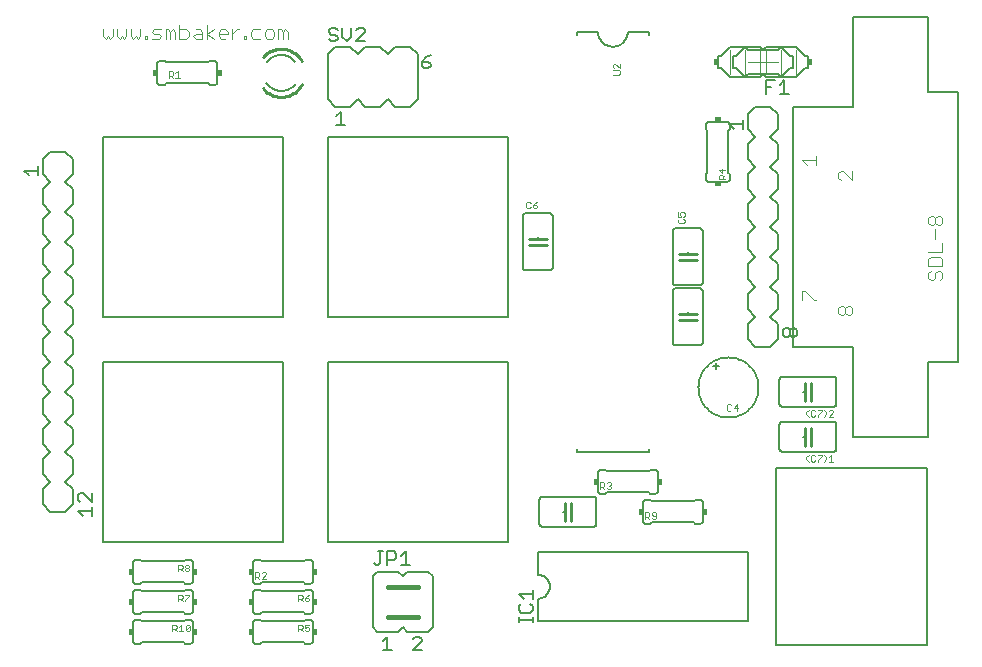
<source format=gto>
G75*
%MOIN*%
%OFA0B0*%
%FSLAX24Y24*%
%IPPOS*%
%LPD*%
%AMOC8*
5,1,8,0,0,1.08239X$1,22.5*
%
%ADD10C,0.0040*%
%ADD11C,0.0160*%
%ADD12C,0.0060*%
%ADD13C,0.0020*%
%ADD14C,0.0080*%
%ADD15C,0.0100*%
%ADD16R,0.0150X0.0200*%
%ADD17C,0.0030*%
%ADD18C,0.0050*%
%ADD19R,0.0200X0.0150*%
%ADD20R,0.0140X0.0240*%
D10*
X026500Y012740D02*
X026500Y013047D01*
X026576Y013047D01*
X026883Y012740D01*
X026960Y012740D01*
X027700Y012470D02*
X027700Y012316D01*
X027776Y012240D01*
X027853Y012240D01*
X027930Y012316D01*
X027930Y012470D01*
X028007Y012547D01*
X028083Y012547D01*
X028160Y012470D01*
X028160Y012316D01*
X028083Y012240D01*
X028007Y012240D01*
X027930Y012316D01*
X027930Y012470D02*
X027853Y012547D01*
X027776Y012547D01*
X027700Y012470D01*
X030700Y013475D02*
X030776Y013398D01*
X030853Y013398D01*
X030930Y013475D01*
X030930Y013628D01*
X031007Y013705D01*
X031083Y013705D01*
X031160Y013628D01*
X031160Y013475D01*
X031083Y013398D01*
X030700Y013475D02*
X030700Y013628D01*
X030776Y013705D01*
X030700Y013858D02*
X030700Y014089D01*
X030776Y014165D01*
X031083Y014165D01*
X031160Y014089D01*
X031160Y013858D01*
X030700Y013858D01*
X030700Y014319D02*
X031160Y014319D01*
X031160Y014626D01*
X030930Y014779D02*
X030930Y015086D01*
X031007Y015240D02*
X030930Y015316D01*
X030853Y015240D01*
X030776Y015240D01*
X030700Y015316D01*
X030700Y015470D01*
X030776Y015547D01*
X030853Y015547D01*
X030930Y015470D01*
X030930Y015316D01*
X031007Y015240D02*
X031083Y015240D01*
X031160Y015316D01*
X031160Y015470D01*
X031083Y015547D01*
X031007Y015547D01*
X030930Y015470D01*
X028160Y016740D02*
X027853Y017047D01*
X027776Y017047D01*
X027700Y016970D01*
X027700Y016816D01*
X027776Y016740D01*
X028160Y016740D02*
X028160Y017047D01*
X026960Y017240D02*
X026960Y017547D01*
X026960Y017393D02*
X026500Y017393D01*
X026653Y017240D01*
X009339Y021450D02*
X009339Y021680D01*
X009262Y021757D01*
X009185Y021680D01*
X009185Y021450D01*
X009032Y021450D02*
X009032Y021757D01*
X009108Y021757D01*
X009185Y021680D01*
X008878Y021680D02*
X008801Y021757D01*
X008648Y021757D01*
X008571Y021680D01*
X008571Y021527D01*
X008648Y021450D01*
X008801Y021450D01*
X008878Y021527D01*
X008878Y021680D01*
X008418Y021757D02*
X008188Y021757D01*
X008111Y021680D01*
X008111Y021527D01*
X008188Y021450D01*
X008418Y021450D01*
X007957Y021450D02*
X007957Y021527D01*
X007881Y021527D01*
X007881Y021450D01*
X007957Y021450D01*
X007727Y021757D02*
X007650Y021757D01*
X007497Y021603D01*
X007497Y021450D02*
X007497Y021757D01*
X007344Y021680D02*
X007344Y021603D01*
X007037Y021603D01*
X007037Y021527D02*
X007037Y021680D01*
X007113Y021757D01*
X007267Y021757D01*
X007344Y021680D01*
X007267Y021450D02*
X007113Y021450D01*
X007037Y021527D01*
X006883Y021450D02*
X006653Y021603D01*
X006883Y021757D01*
X006653Y021910D02*
X006653Y021450D01*
X006499Y021450D02*
X006269Y021450D01*
X006193Y021527D01*
X006269Y021603D01*
X006499Y021603D01*
X006499Y021680D02*
X006499Y021450D01*
X006499Y021680D02*
X006423Y021757D01*
X006269Y021757D01*
X006039Y021680D02*
X005962Y021757D01*
X005732Y021757D01*
X005732Y021910D02*
X005732Y021450D01*
X005962Y021450D01*
X006039Y021527D01*
X006039Y021680D01*
X005579Y021680D02*
X005579Y021450D01*
X005425Y021450D02*
X005425Y021680D01*
X005502Y021757D01*
X005579Y021680D01*
X005425Y021680D02*
X005348Y021757D01*
X005272Y021757D01*
X005272Y021450D01*
X005118Y021527D02*
X005042Y021603D01*
X004888Y021603D01*
X004811Y021680D01*
X004888Y021757D01*
X005118Y021757D01*
X005118Y021527D02*
X005042Y021450D01*
X004811Y021450D01*
X004658Y021450D02*
X004658Y021527D01*
X004581Y021527D01*
X004581Y021450D01*
X004658Y021450D01*
X004428Y021527D02*
X004428Y021757D01*
X004428Y021527D02*
X004351Y021450D01*
X004274Y021527D01*
X004198Y021450D01*
X004121Y021527D01*
X004121Y021757D01*
X003967Y021757D02*
X003967Y021527D01*
X003891Y021450D01*
X003814Y021527D01*
X003737Y021450D01*
X003660Y021527D01*
X003660Y021757D01*
X003507Y021757D02*
X003507Y021527D01*
X003430Y021450D01*
X003353Y021527D01*
X003277Y021450D01*
X003200Y021527D01*
X003200Y021757D01*
D11*
X012680Y003180D02*
X013680Y003180D01*
X013680Y002180D02*
X012680Y002180D01*
D12*
X012180Y001830D02*
X012330Y001680D01*
X013030Y001680D01*
X013180Y001830D01*
X013330Y001680D01*
X014030Y001680D01*
X014180Y001830D01*
X014180Y003530D01*
X014030Y003680D01*
X013330Y003680D01*
X013180Y003530D01*
X013030Y003680D01*
X012330Y003680D01*
X012180Y003530D01*
X012180Y001830D01*
X010180Y001980D02*
X010180Y001380D01*
X010178Y001363D01*
X010174Y001346D01*
X010167Y001330D01*
X010157Y001316D01*
X010144Y001303D01*
X010130Y001293D01*
X010114Y001286D01*
X010097Y001282D01*
X010080Y001280D01*
X009930Y001280D01*
X009880Y001330D01*
X008480Y001330D01*
X008430Y001280D01*
X008280Y001280D01*
X008263Y001282D01*
X008246Y001286D01*
X008230Y001293D01*
X008216Y001303D01*
X008203Y001316D01*
X008193Y001330D01*
X008186Y001346D01*
X008182Y001363D01*
X008180Y001380D01*
X008180Y001980D01*
X008182Y001997D01*
X008186Y002014D01*
X008193Y002030D01*
X008203Y002044D01*
X008216Y002057D01*
X008230Y002067D01*
X008246Y002074D01*
X008263Y002078D01*
X008280Y002080D01*
X008430Y002080D01*
X008480Y002030D01*
X009880Y002030D01*
X009930Y002080D01*
X010080Y002080D01*
X010097Y002078D01*
X010114Y002074D01*
X010130Y002067D01*
X010144Y002057D01*
X010157Y002044D01*
X010167Y002030D01*
X010174Y002014D01*
X010178Y001997D01*
X010180Y001980D01*
X010080Y002280D02*
X009930Y002280D01*
X009880Y002330D01*
X008480Y002330D01*
X008430Y002280D01*
X008280Y002280D01*
X008263Y002282D01*
X008246Y002286D01*
X008230Y002293D01*
X008216Y002303D01*
X008203Y002316D01*
X008193Y002330D01*
X008186Y002346D01*
X008182Y002363D01*
X008180Y002380D01*
X008180Y002980D01*
X008182Y002997D01*
X008186Y003014D01*
X008193Y003030D01*
X008203Y003044D01*
X008216Y003057D01*
X008230Y003067D01*
X008246Y003074D01*
X008263Y003078D01*
X008280Y003080D01*
X008430Y003080D01*
X008480Y003030D01*
X009880Y003030D01*
X009930Y003080D01*
X010080Y003080D01*
X010097Y003078D01*
X010114Y003074D01*
X010130Y003067D01*
X010144Y003057D01*
X010157Y003044D01*
X010167Y003030D01*
X010174Y003014D01*
X010178Y002997D01*
X010180Y002980D01*
X010180Y002380D01*
X010178Y002363D01*
X010174Y002346D01*
X010167Y002330D01*
X010157Y002316D01*
X010144Y002303D01*
X010130Y002293D01*
X010114Y002286D01*
X010097Y002282D01*
X010080Y002280D01*
X010080Y003280D02*
X009930Y003280D01*
X009880Y003330D01*
X008480Y003330D01*
X008430Y003280D01*
X008280Y003280D01*
X008263Y003282D01*
X008246Y003286D01*
X008230Y003293D01*
X008216Y003303D01*
X008203Y003316D01*
X008193Y003330D01*
X008186Y003346D01*
X008182Y003363D01*
X008180Y003380D01*
X008180Y003980D01*
X008182Y003997D01*
X008186Y004014D01*
X008193Y004030D01*
X008203Y004044D01*
X008216Y004057D01*
X008230Y004067D01*
X008246Y004074D01*
X008263Y004078D01*
X008280Y004080D01*
X008430Y004080D01*
X008480Y004030D01*
X009880Y004030D01*
X009930Y004080D01*
X010080Y004080D01*
X010097Y004078D01*
X010114Y004074D01*
X010130Y004067D01*
X010144Y004057D01*
X010157Y004044D01*
X010167Y004030D01*
X010174Y004014D01*
X010178Y003997D01*
X010180Y003980D01*
X010180Y003380D01*
X010178Y003363D01*
X010174Y003346D01*
X010167Y003330D01*
X010157Y003316D01*
X010144Y003303D01*
X010130Y003293D01*
X010114Y003286D01*
X010097Y003282D01*
X010080Y003280D01*
X006180Y003380D02*
X006180Y003980D01*
X006178Y003997D01*
X006174Y004014D01*
X006167Y004030D01*
X006157Y004044D01*
X006144Y004057D01*
X006130Y004067D01*
X006114Y004074D01*
X006097Y004078D01*
X006080Y004080D01*
X005930Y004080D01*
X005880Y004030D01*
X004480Y004030D01*
X004430Y004080D01*
X004280Y004080D01*
X004263Y004078D01*
X004246Y004074D01*
X004230Y004067D01*
X004216Y004057D01*
X004203Y004044D01*
X004193Y004030D01*
X004186Y004014D01*
X004182Y003997D01*
X004180Y003980D01*
X004180Y003380D01*
X004182Y003363D01*
X004186Y003346D01*
X004193Y003330D01*
X004203Y003316D01*
X004216Y003303D01*
X004230Y003293D01*
X004246Y003286D01*
X004263Y003282D01*
X004280Y003280D01*
X004430Y003280D01*
X004480Y003330D01*
X005880Y003330D01*
X005930Y003280D01*
X006080Y003280D01*
X006097Y003282D01*
X006114Y003286D01*
X006130Y003293D01*
X006144Y003303D01*
X006157Y003316D01*
X006167Y003330D01*
X006174Y003346D01*
X006178Y003363D01*
X006180Y003380D01*
X006080Y003080D02*
X005930Y003080D01*
X005880Y003030D01*
X004480Y003030D01*
X004430Y003080D01*
X004280Y003080D01*
X004263Y003078D01*
X004246Y003074D01*
X004230Y003067D01*
X004216Y003057D01*
X004203Y003044D01*
X004193Y003030D01*
X004186Y003014D01*
X004182Y002997D01*
X004180Y002980D01*
X004180Y002380D01*
X004182Y002363D01*
X004186Y002346D01*
X004193Y002330D01*
X004203Y002316D01*
X004216Y002303D01*
X004230Y002293D01*
X004246Y002286D01*
X004263Y002282D01*
X004280Y002280D01*
X004430Y002280D01*
X004480Y002330D01*
X005880Y002330D01*
X005930Y002280D01*
X006080Y002280D01*
X006097Y002282D01*
X006114Y002286D01*
X006130Y002293D01*
X006144Y002303D01*
X006157Y002316D01*
X006167Y002330D01*
X006174Y002346D01*
X006178Y002363D01*
X006180Y002380D01*
X006180Y002980D01*
X006178Y002997D01*
X006174Y003014D01*
X006167Y003030D01*
X006157Y003044D01*
X006144Y003057D01*
X006130Y003067D01*
X006114Y003074D01*
X006097Y003078D01*
X006080Y003080D01*
X006080Y002080D02*
X005930Y002080D01*
X005880Y002030D01*
X004480Y002030D01*
X004430Y002080D01*
X004280Y002080D01*
X004263Y002078D01*
X004246Y002074D01*
X004230Y002067D01*
X004216Y002057D01*
X004203Y002044D01*
X004193Y002030D01*
X004186Y002014D01*
X004182Y001997D01*
X004180Y001980D01*
X004180Y001380D01*
X004182Y001363D01*
X004186Y001346D01*
X004193Y001330D01*
X004203Y001316D01*
X004216Y001303D01*
X004230Y001293D01*
X004246Y001286D01*
X004263Y001282D01*
X004280Y001280D01*
X004430Y001280D01*
X004480Y001330D01*
X005880Y001330D01*
X005930Y001280D01*
X006080Y001280D01*
X006097Y001282D01*
X006114Y001286D01*
X006130Y001293D01*
X006144Y001303D01*
X006157Y001316D01*
X006167Y001330D01*
X006174Y001346D01*
X006178Y001363D01*
X006180Y001380D01*
X006180Y001980D01*
X006178Y001997D01*
X006174Y002014D01*
X006167Y002030D01*
X006157Y002044D01*
X006144Y002057D01*
X006130Y002067D01*
X006114Y002074D01*
X006097Y002078D01*
X006080Y002080D01*
X002180Y005930D02*
X001930Y005680D01*
X001430Y005680D01*
X001180Y005930D01*
X001180Y006430D01*
X001430Y006680D01*
X001180Y006930D01*
X001180Y007430D01*
X001430Y007680D01*
X001180Y007930D01*
X001180Y008430D01*
X001430Y008680D01*
X001180Y008930D01*
X001180Y009430D01*
X001430Y009680D01*
X001180Y009930D01*
X001180Y010430D01*
X001430Y010680D01*
X001180Y010930D01*
X001180Y011430D01*
X001430Y011680D01*
X001180Y011930D01*
X001180Y012430D01*
X001430Y012680D01*
X001180Y012930D01*
X001180Y013430D01*
X001430Y013680D01*
X001180Y013930D01*
X001180Y014430D01*
X001430Y014680D01*
X001180Y014930D01*
X001180Y015430D01*
X001430Y015680D01*
X001180Y015930D01*
X001180Y016430D01*
X001430Y016680D01*
X001180Y016930D01*
X001180Y017430D01*
X001430Y017680D01*
X001930Y017680D01*
X002180Y017430D01*
X002180Y016930D01*
X001930Y016680D01*
X002180Y016430D01*
X002180Y015930D01*
X001930Y015680D01*
X002180Y015430D01*
X002180Y014930D01*
X001930Y014680D01*
X002180Y014430D01*
X002180Y013930D01*
X001930Y013680D01*
X002180Y013430D01*
X002180Y012930D01*
X001930Y012680D01*
X002180Y012430D01*
X002180Y011930D01*
X001930Y011680D01*
X002180Y011430D01*
X002180Y010930D01*
X001930Y010680D01*
X002180Y010430D01*
X002180Y009930D01*
X001930Y009680D01*
X002180Y009430D01*
X002180Y008930D01*
X001930Y008680D01*
X002180Y008430D01*
X002180Y007930D01*
X001930Y007680D01*
X002180Y007430D01*
X002180Y006930D01*
X001930Y006680D01*
X002180Y006430D01*
X002180Y005930D01*
X017180Y013830D02*
X017180Y015530D01*
X017182Y015547D01*
X017186Y015564D01*
X017193Y015580D01*
X017203Y015594D01*
X017216Y015607D01*
X017230Y015617D01*
X017246Y015624D01*
X017263Y015628D01*
X017280Y015630D01*
X018080Y015630D01*
X018097Y015628D01*
X018114Y015624D01*
X018130Y015617D01*
X018144Y015607D01*
X018157Y015594D01*
X018167Y015580D01*
X018174Y015564D01*
X018178Y015547D01*
X018180Y015530D01*
X018180Y013830D01*
X018178Y013813D01*
X018174Y013796D01*
X018167Y013780D01*
X018157Y013766D01*
X018144Y013753D01*
X018130Y013743D01*
X018114Y013736D01*
X018097Y013732D01*
X018080Y013730D01*
X017280Y013730D01*
X017263Y013732D01*
X017246Y013736D01*
X017230Y013743D01*
X017216Y013753D01*
X017203Y013766D01*
X017193Y013780D01*
X017186Y013796D01*
X017182Y013813D01*
X017180Y013830D01*
X017680Y014530D02*
X017680Y014580D01*
X017680Y014780D02*
X017680Y014830D01*
X022180Y015030D02*
X022180Y013330D01*
X022182Y013313D01*
X022186Y013296D01*
X022193Y013280D01*
X022203Y013266D01*
X022216Y013253D01*
X022230Y013243D01*
X022246Y013236D01*
X022263Y013232D01*
X022280Y013230D01*
X023080Y013230D01*
X023080Y013130D02*
X022280Y013130D01*
X022263Y013128D01*
X022246Y013124D01*
X022230Y013117D01*
X022216Y013107D01*
X022203Y013094D01*
X022193Y013080D01*
X022186Y013064D01*
X022182Y013047D01*
X022180Y013030D01*
X022180Y011330D01*
X022182Y011313D01*
X022186Y011296D01*
X022193Y011280D01*
X022203Y011266D01*
X022216Y011253D01*
X022230Y011243D01*
X022246Y011236D01*
X022263Y011232D01*
X022280Y011230D01*
X023080Y011230D01*
X023097Y011232D01*
X023114Y011236D01*
X023130Y011243D01*
X023144Y011253D01*
X023157Y011266D01*
X023167Y011280D01*
X023174Y011296D01*
X023178Y011313D01*
X023180Y011330D01*
X023180Y013030D01*
X023178Y013047D01*
X023174Y013064D01*
X023167Y013080D01*
X023157Y013094D01*
X023144Y013107D01*
X023130Y013117D01*
X023114Y013124D01*
X023097Y013128D01*
X023080Y013130D01*
X023080Y013230D02*
X023097Y013232D01*
X023114Y013236D01*
X023130Y013243D01*
X023144Y013253D01*
X023157Y013266D01*
X023167Y013280D01*
X023174Y013296D01*
X023178Y013313D01*
X023180Y013330D01*
X023180Y015030D01*
X023178Y015047D01*
X023174Y015064D01*
X023167Y015080D01*
X023157Y015094D01*
X023144Y015107D01*
X023130Y015117D01*
X023114Y015124D01*
X023097Y015128D01*
X023080Y015130D01*
X022280Y015130D01*
X022263Y015128D01*
X022246Y015124D01*
X022230Y015117D01*
X022216Y015107D01*
X022203Y015094D01*
X022193Y015080D01*
X022186Y015064D01*
X022182Y015047D01*
X022180Y015030D01*
X022680Y014330D02*
X022680Y014280D01*
X022680Y014080D02*
X022680Y014030D01*
X024680Y013930D02*
X024680Y013430D01*
X024930Y013180D01*
X024680Y012930D01*
X024680Y012430D01*
X024930Y012180D01*
X024680Y011930D01*
X024680Y011430D01*
X024930Y011180D01*
X025430Y011180D01*
X025680Y011430D01*
X025680Y011930D01*
X025430Y012180D01*
X025680Y012430D01*
X025680Y012930D01*
X025430Y013180D01*
X025680Y013430D01*
X025680Y013930D01*
X025430Y014180D01*
X025680Y014430D01*
X025680Y014930D01*
X025430Y015180D01*
X025680Y015430D01*
X025680Y015930D01*
X025430Y016180D01*
X025680Y016430D01*
X025680Y016930D01*
X025430Y017180D01*
X025680Y017430D01*
X025680Y017930D01*
X025430Y018180D01*
X025680Y018430D01*
X025680Y018930D01*
X025430Y019180D01*
X024930Y019180D01*
X024680Y018930D01*
X024680Y018430D01*
X024930Y018180D01*
X024680Y017930D01*
X024680Y017430D01*
X024930Y017180D01*
X024680Y016930D01*
X024680Y016430D01*
X024930Y016180D01*
X024680Y015930D01*
X024680Y015430D01*
X024930Y015180D01*
X024680Y014930D01*
X024680Y014430D01*
X024930Y014180D01*
X024680Y013930D01*
X022680Y012330D02*
X022680Y012280D01*
X022680Y012080D02*
X022680Y012030D01*
X023632Y010618D02*
X023632Y010418D01*
X023532Y010518D02*
X023732Y010518D01*
X023032Y009818D02*
X023034Y009881D01*
X023040Y009943D01*
X023050Y010005D01*
X023063Y010067D01*
X023081Y010127D01*
X023102Y010186D01*
X023127Y010244D01*
X023156Y010300D01*
X023188Y010354D01*
X023223Y010406D01*
X023261Y010455D01*
X023303Y010503D01*
X023347Y010547D01*
X023395Y010589D01*
X023444Y010627D01*
X023496Y010662D01*
X023550Y010694D01*
X023606Y010723D01*
X023664Y010748D01*
X023723Y010769D01*
X023783Y010787D01*
X023845Y010800D01*
X023907Y010810D01*
X023969Y010816D01*
X024032Y010818D01*
X024095Y010816D01*
X024157Y010810D01*
X024219Y010800D01*
X024281Y010787D01*
X024341Y010769D01*
X024400Y010748D01*
X024458Y010723D01*
X024514Y010694D01*
X024568Y010662D01*
X024620Y010627D01*
X024669Y010589D01*
X024717Y010547D01*
X024761Y010503D01*
X024803Y010455D01*
X024841Y010406D01*
X024876Y010354D01*
X024908Y010300D01*
X024937Y010244D01*
X024962Y010186D01*
X024983Y010127D01*
X025001Y010067D01*
X025014Y010005D01*
X025024Y009943D01*
X025030Y009881D01*
X025032Y009818D01*
X025030Y009755D01*
X025024Y009693D01*
X025014Y009631D01*
X025001Y009569D01*
X024983Y009509D01*
X024962Y009450D01*
X024937Y009392D01*
X024908Y009336D01*
X024876Y009282D01*
X024841Y009230D01*
X024803Y009181D01*
X024761Y009133D01*
X024717Y009089D01*
X024669Y009047D01*
X024620Y009009D01*
X024568Y008974D01*
X024514Y008942D01*
X024458Y008913D01*
X024400Y008888D01*
X024341Y008867D01*
X024281Y008849D01*
X024219Y008836D01*
X024157Y008826D01*
X024095Y008820D01*
X024032Y008818D01*
X023969Y008820D01*
X023907Y008826D01*
X023845Y008836D01*
X023783Y008849D01*
X023723Y008867D01*
X023664Y008888D01*
X023606Y008913D01*
X023550Y008942D01*
X023496Y008974D01*
X023444Y009009D01*
X023395Y009047D01*
X023347Y009089D01*
X023303Y009133D01*
X023261Y009181D01*
X023223Y009230D01*
X023188Y009282D01*
X023156Y009336D01*
X023127Y009392D01*
X023102Y009450D01*
X023081Y009509D01*
X023063Y009569D01*
X023050Y009631D01*
X023040Y009693D01*
X023034Y009755D01*
X023032Y009818D01*
X025730Y010080D02*
X025730Y009280D01*
X025732Y009263D01*
X025736Y009246D01*
X025743Y009230D01*
X025753Y009216D01*
X025766Y009203D01*
X025780Y009193D01*
X025796Y009186D01*
X025813Y009182D01*
X025830Y009180D01*
X027530Y009180D01*
X027547Y009182D01*
X027564Y009186D01*
X027580Y009193D01*
X027594Y009203D01*
X027607Y009216D01*
X027617Y009230D01*
X027624Y009246D01*
X027628Y009263D01*
X027630Y009280D01*
X027630Y010080D01*
X027628Y010097D01*
X027624Y010114D01*
X027617Y010130D01*
X027607Y010144D01*
X027594Y010157D01*
X027580Y010167D01*
X027564Y010174D01*
X027547Y010178D01*
X027530Y010180D01*
X025830Y010180D01*
X025813Y010178D01*
X025796Y010174D01*
X025780Y010167D01*
X025766Y010157D01*
X025753Y010144D01*
X025743Y010130D01*
X025736Y010114D01*
X025732Y010097D01*
X025730Y010080D01*
X026530Y009680D02*
X026580Y009680D01*
X026780Y009680D02*
X026830Y009680D01*
X027530Y008680D02*
X025830Y008680D01*
X025813Y008678D01*
X025796Y008674D01*
X025780Y008667D01*
X025766Y008657D01*
X025753Y008644D01*
X025743Y008630D01*
X025736Y008614D01*
X025732Y008597D01*
X025730Y008580D01*
X025730Y007780D01*
X025732Y007763D01*
X025736Y007746D01*
X025743Y007730D01*
X025753Y007716D01*
X025766Y007703D01*
X025780Y007693D01*
X025796Y007686D01*
X025813Y007682D01*
X025830Y007680D01*
X027530Y007680D01*
X027547Y007682D01*
X027564Y007686D01*
X027580Y007693D01*
X027594Y007703D01*
X027607Y007716D01*
X027617Y007730D01*
X027624Y007746D01*
X027628Y007763D01*
X027630Y007780D01*
X027630Y008580D01*
X027628Y008597D01*
X027624Y008614D01*
X027617Y008630D01*
X027607Y008644D01*
X027594Y008657D01*
X027580Y008667D01*
X027564Y008674D01*
X027547Y008678D01*
X027530Y008680D01*
X026830Y008180D02*
X026780Y008180D01*
X026580Y008180D02*
X026530Y008180D01*
X023180Y005980D02*
X023180Y005380D01*
X023178Y005363D01*
X023174Y005346D01*
X023167Y005330D01*
X023157Y005316D01*
X023144Y005303D01*
X023130Y005293D01*
X023114Y005286D01*
X023097Y005282D01*
X023080Y005280D01*
X022930Y005280D01*
X022880Y005330D01*
X021480Y005330D01*
X021430Y005280D01*
X021280Y005280D01*
X021263Y005282D01*
X021246Y005286D01*
X021230Y005293D01*
X021216Y005303D01*
X021203Y005316D01*
X021193Y005330D01*
X021186Y005346D01*
X021182Y005363D01*
X021180Y005380D01*
X021180Y005980D01*
X021182Y005997D01*
X021186Y006014D01*
X021193Y006030D01*
X021203Y006044D01*
X021216Y006057D01*
X021230Y006067D01*
X021246Y006074D01*
X021263Y006078D01*
X021280Y006080D01*
X021430Y006080D01*
X021480Y006030D01*
X022880Y006030D01*
X022930Y006080D01*
X023080Y006080D01*
X023097Y006078D01*
X023114Y006074D01*
X023130Y006067D01*
X023144Y006057D01*
X023157Y006044D01*
X023167Y006030D01*
X023174Y006014D01*
X023178Y005997D01*
X023180Y005980D01*
X021680Y006380D02*
X021680Y006980D01*
X021678Y006997D01*
X021674Y007014D01*
X021667Y007030D01*
X021657Y007044D01*
X021644Y007057D01*
X021630Y007067D01*
X021614Y007074D01*
X021597Y007078D01*
X021580Y007080D01*
X021430Y007080D01*
X021380Y007030D01*
X019980Y007030D01*
X019930Y007080D01*
X019780Y007080D01*
X019763Y007078D01*
X019746Y007074D01*
X019730Y007067D01*
X019716Y007057D01*
X019703Y007044D01*
X019693Y007030D01*
X019686Y007014D01*
X019682Y006997D01*
X019680Y006980D01*
X019680Y006380D01*
X019682Y006363D01*
X019686Y006346D01*
X019693Y006330D01*
X019703Y006316D01*
X019716Y006303D01*
X019730Y006293D01*
X019746Y006286D01*
X019763Y006282D01*
X019780Y006280D01*
X019930Y006280D01*
X019980Y006330D01*
X021380Y006330D01*
X021430Y006280D01*
X021580Y006280D01*
X021597Y006282D01*
X021614Y006286D01*
X021630Y006293D01*
X021644Y006303D01*
X021657Y006316D01*
X021667Y006330D01*
X021674Y006346D01*
X021678Y006363D01*
X021680Y006380D01*
X019630Y006080D02*
X019630Y005280D01*
X019628Y005263D01*
X019624Y005246D01*
X019617Y005230D01*
X019607Y005216D01*
X019594Y005203D01*
X019580Y005193D01*
X019564Y005186D01*
X019547Y005182D01*
X019530Y005180D01*
X017830Y005180D01*
X017813Y005182D01*
X017796Y005186D01*
X017780Y005193D01*
X017766Y005203D01*
X017753Y005216D01*
X017743Y005230D01*
X017736Y005246D01*
X017732Y005263D01*
X017730Y005280D01*
X017730Y006080D01*
X017732Y006097D01*
X017736Y006114D01*
X017743Y006130D01*
X017753Y006144D01*
X017766Y006157D01*
X017780Y006167D01*
X017796Y006174D01*
X017813Y006178D01*
X017830Y006180D01*
X019530Y006180D01*
X019547Y006178D01*
X019564Y006174D01*
X019580Y006167D01*
X019594Y006157D01*
X019607Y006144D01*
X019617Y006130D01*
X019624Y006114D01*
X019628Y006097D01*
X019630Y006080D01*
X018830Y005680D02*
X018780Y005680D01*
X018580Y005680D02*
X018530Y005680D01*
X017680Y004330D02*
X017680Y003580D01*
X017719Y003578D01*
X017758Y003572D01*
X017796Y003563D01*
X017833Y003550D01*
X017869Y003533D01*
X017902Y003513D01*
X017934Y003489D01*
X017963Y003463D01*
X017989Y003434D01*
X018013Y003402D01*
X018033Y003369D01*
X018050Y003333D01*
X018063Y003296D01*
X018072Y003258D01*
X018078Y003219D01*
X018080Y003180D01*
X018078Y003141D01*
X018072Y003102D01*
X018063Y003064D01*
X018050Y003027D01*
X018033Y002991D01*
X018013Y002958D01*
X017989Y002926D01*
X017963Y002897D01*
X017934Y002871D01*
X017902Y002847D01*
X017869Y002827D01*
X017833Y002810D01*
X017796Y002797D01*
X017758Y002788D01*
X017719Y002782D01*
X017680Y002780D01*
X017680Y002030D01*
X024680Y002030D01*
X024680Y004330D01*
X017680Y004330D01*
X023380Y016680D02*
X023980Y016680D01*
X023997Y016682D01*
X024014Y016686D01*
X024030Y016693D01*
X024044Y016703D01*
X024057Y016716D01*
X024067Y016730D01*
X024074Y016746D01*
X024078Y016763D01*
X024080Y016780D01*
X024080Y016930D01*
X024030Y016980D01*
X024030Y018380D01*
X024080Y018430D01*
X024080Y018580D01*
X024078Y018597D01*
X024074Y018614D01*
X024067Y018630D01*
X024057Y018644D01*
X024044Y018657D01*
X024030Y018667D01*
X024014Y018674D01*
X023997Y018678D01*
X023980Y018680D01*
X023380Y018680D01*
X023363Y018678D01*
X023346Y018674D01*
X023330Y018667D01*
X023316Y018657D01*
X023303Y018644D01*
X023293Y018630D01*
X023286Y018614D01*
X023282Y018597D01*
X023280Y018580D01*
X023280Y018430D01*
X023330Y018380D01*
X023330Y016980D01*
X023280Y016930D01*
X023280Y016780D01*
X023282Y016763D01*
X023286Y016746D01*
X023293Y016730D01*
X023303Y016716D01*
X023316Y016703D01*
X023330Y016693D01*
X023346Y016686D01*
X023363Y016682D01*
X023380Y016680D01*
X024080Y020180D02*
X023780Y020480D01*
X023680Y020480D01*
X023680Y020880D01*
X023780Y020880D01*
X024080Y021180D01*
X024580Y021180D01*
X024680Y021080D01*
X025680Y021080D01*
X025780Y021180D01*
X026280Y021180D01*
X026580Y020880D01*
X026680Y020880D01*
X026680Y020480D01*
X026580Y020480D01*
X026280Y020180D01*
X025780Y020180D01*
X025680Y020280D01*
X024680Y020280D01*
X024580Y020180D01*
X024080Y020180D01*
X024180Y020480D02*
X024280Y020480D01*
X024580Y020180D01*
X025080Y020180D01*
X025180Y020280D01*
X025280Y020180D01*
X025780Y020180D01*
X026080Y020480D01*
X026180Y020480D01*
X026180Y020880D01*
X026080Y020880D01*
X025780Y021180D01*
X025280Y021180D01*
X025180Y021080D01*
X025080Y021180D01*
X024580Y021180D01*
X024280Y020880D01*
X024180Y020880D01*
X024180Y020480D01*
X013680Y020930D02*
X013680Y019430D01*
X013430Y019180D01*
X012930Y019180D01*
X012680Y019430D01*
X012430Y019180D01*
X011930Y019180D01*
X011680Y019430D01*
X011430Y019180D01*
X010930Y019180D01*
X010680Y019430D01*
X010680Y020930D01*
X010930Y021180D01*
X011430Y021180D01*
X011680Y020930D01*
X011930Y021180D01*
X012430Y021180D01*
X012680Y020930D01*
X012930Y021180D01*
X013430Y021180D01*
X013680Y020930D01*
X009118Y019705D02*
X009071Y019707D01*
X009023Y019713D01*
X008977Y019722D01*
X008931Y019735D01*
X008887Y019751D01*
X008843Y019772D01*
X008802Y019795D01*
X008763Y019821D01*
X008726Y019851D01*
X008691Y019884D01*
X008659Y019919D01*
X008630Y019956D01*
X009117Y020905D02*
X009162Y020903D01*
X009208Y020898D01*
X009252Y020890D01*
X009296Y020878D01*
X009339Y020862D01*
X009381Y020844D01*
X009421Y020822D01*
X009459Y020798D01*
X009495Y020771D01*
X009530Y020741D01*
X009561Y020708D01*
X009591Y020673D01*
X009118Y020905D02*
X009073Y020903D01*
X009027Y020898D01*
X008983Y020890D01*
X008939Y020878D01*
X008896Y020862D01*
X008854Y020844D01*
X008814Y020822D01*
X008776Y020798D01*
X008740Y020771D01*
X008705Y020741D01*
X008674Y020708D01*
X008644Y020673D01*
X009117Y019705D02*
X009163Y019707D01*
X009209Y019712D01*
X009255Y019721D01*
X009300Y019733D01*
X009343Y019749D01*
X009385Y019768D01*
X009426Y019791D01*
X009465Y019816D01*
X009501Y019844D01*
X009536Y019875D01*
X009568Y019909D01*
X009597Y019945D01*
X006993Y020005D02*
X006993Y020605D01*
X006991Y020622D01*
X006987Y020639D01*
X006980Y020655D01*
X006970Y020669D01*
X006957Y020682D01*
X006943Y020692D01*
X006927Y020699D01*
X006910Y020703D01*
X006893Y020705D01*
X006743Y020705D01*
X006693Y020655D01*
X005293Y020655D01*
X005243Y020705D01*
X005093Y020705D01*
X005076Y020703D01*
X005059Y020699D01*
X005043Y020692D01*
X005029Y020682D01*
X005016Y020669D01*
X005006Y020655D01*
X004999Y020639D01*
X004995Y020622D01*
X004993Y020605D01*
X004993Y020005D01*
X004995Y019988D01*
X004999Y019971D01*
X005006Y019955D01*
X005016Y019941D01*
X005029Y019928D01*
X005043Y019918D01*
X005059Y019911D01*
X005076Y019907D01*
X005093Y019905D01*
X005243Y019905D01*
X005293Y019955D01*
X006693Y019955D01*
X006743Y019905D01*
X006893Y019905D01*
X006910Y019907D01*
X006927Y019911D01*
X006943Y019918D01*
X006957Y019928D01*
X006970Y019941D01*
X006980Y019955D01*
X006987Y019971D01*
X006991Y019988D01*
X006993Y020005D01*
D13*
X005745Y020138D02*
X005598Y020138D01*
X005524Y020138D02*
X005451Y020211D01*
X005488Y020211D02*
X005378Y020211D01*
X005378Y020138D02*
X005378Y020358D01*
X005488Y020358D01*
X005524Y020321D01*
X005524Y020248D01*
X005488Y020211D01*
X005598Y020284D02*
X005672Y020358D01*
X005672Y020138D01*
X017290Y015973D02*
X017290Y015827D01*
X017327Y015790D01*
X017400Y015790D01*
X017437Y015827D01*
X017511Y015827D02*
X017548Y015790D01*
X017621Y015790D01*
X017658Y015827D01*
X017658Y015863D01*
X017621Y015900D01*
X017511Y015900D01*
X017511Y015827D01*
X017511Y015900D02*
X017584Y015973D01*
X017658Y016010D01*
X017437Y015973D02*
X017400Y016010D01*
X017327Y016010D01*
X017290Y015973D01*
X022350Y015658D02*
X022350Y015511D01*
X022460Y015511D01*
X022423Y015584D01*
X022423Y015621D01*
X022460Y015658D01*
X022533Y015658D01*
X022570Y015621D01*
X022570Y015548D01*
X022533Y015511D01*
X022533Y015437D02*
X022570Y015400D01*
X022570Y015327D01*
X022533Y015290D01*
X022387Y015290D01*
X022350Y015327D01*
X022350Y015400D01*
X022387Y015437D01*
X024080Y020280D02*
X024080Y021080D01*
X024580Y021080D02*
X024580Y020280D01*
X024580Y021080D01*
X025080Y021080D02*
X025080Y020280D01*
X025280Y020280D02*
X025280Y021080D01*
X025780Y021080D02*
X025780Y020280D01*
X025780Y021080D01*
X026280Y021080D02*
X026280Y020280D01*
X025680Y020680D02*
X024680Y020680D01*
X020410Y020616D02*
X020410Y020469D01*
X020263Y020616D01*
X020227Y020616D01*
X020190Y020579D01*
X020190Y020506D01*
X020227Y020469D01*
X020190Y020395D02*
X020373Y020395D01*
X020410Y020358D01*
X020410Y020285D01*
X020373Y020248D01*
X020190Y020248D01*
X024017Y009260D02*
X023980Y009224D01*
X023980Y009077D01*
X024017Y009040D01*
X024090Y009040D01*
X024127Y009077D01*
X024201Y009150D02*
X024348Y009150D01*
X024311Y009040D02*
X024311Y009260D01*
X024201Y009150D01*
X024127Y009224D02*
X024090Y009260D01*
X024017Y009260D01*
X026632Y008997D02*
X026706Y009070D01*
X026780Y009033D02*
X026780Y008887D01*
X026816Y008850D01*
X026890Y008850D01*
X026926Y008887D01*
X027001Y008887D02*
X027001Y008850D01*
X027001Y008887D02*
X027147Y009033D01*
X027147Y009070D01*
X027001Y009070D01*
X026926Y009033D02*
X026890Y009070D01*
X026816Y009070D01*
X026780Y009033D01*
X026632Y008997D02*
X026632Y008923D01*
X026706Y008850D01*
X027222Y008850D02*
X027295Y008923D01*
X027295Y008997D01*
X027222Y009070D01*
X027369Y009033D02*
X027406Y009070D01*
X027479Y009070D01*
X027516Y009033D01*
X027516Y008997D01*
X027369Y008850D01*
X027516Y008850D01*
X027442Y007570D02*
X027442Y007350D01*
X027369Y007350D02*
X027516Y007350D01*
X027369Y007497D02*
X027442Y007570D01*
X027295Y007497D02*
X027222Y007570D01*
X027147Y007570D02*
X027147Y007533D01*
X027001Y007387D01*
X027001Y007350D01*
X026926Y007387D02*
X026890Y007350D01*
X026816Y007350D01*
X026780Y007387D01*
X026780Y007533D01*
X026816Y007570D01*
X026890Y007570D01*
X026926Y007533D01*
X027001Y007570D02*
X027147Y007570D01*
X027295Y007497D02*
X027295Y007423D01*
X027222Y007350D01*
X026706Y007350D02*
X026632Y007423D01*
X026632Y007497D01*
X026706Y007570D01*
D14*
X025601Y007133D02*
X025601Y001227D01*
X030641Y001227D01*
X030641Y007133D01*
X025601Y007133D01*
X021380Y007680D02*
X021380Y007780D01*
X021380Y007680D02*
X018980Y007680D01*
X018980Y007780D01*
X018980Y021580D02*
X018980Y021680D01*
X019680Y021680D01*
X019682Y021636D01*
X019688Y021593D01*
X019697Y021551D01*
X019710Y021509D01*
X019727Y021469D01*
X019747Y021430D01*
X019770Y021393D01*
X019797Y021359D01*
X019826Y021326D01*
X019859Y021297D01*
X019893Y021270D01*
X019930Y021247D01*
X019969Y021227D01*
X020009Y021210D01*
X020051Y021197D01*
X020093Y021188D01*
X020136Y021182D01*
X020180Y021180D01*
X020224Y021182D01*
X020267Y021188D01*
X020309Y021197D01*
X020351Y021210D01*
X020391Y021227D01*
X020430Y021247D01*
X020467Y021270D01*
X020501Y021297D01*
X020534Y021326D01*
X020563Y021359D01*
X020590Y021393D01*
X020613Y021430D01*
X020633Y021469D01*
X020650Y021509D01*
X020663Y021551D01*
X020672Y021593D01*
X020678Y021636D01*
X020680Y021680D01*
X021380Y021680D01*
X021380Y021580D01*
D15*
X017980Y014780D02*
X017680Y014780D01*
X017380Y014780D01*
X017380Y014580D02*
X017680Y014580D01*
X017980Y014580D01*
X022380Y014280D02*
X022680Y014280D01*
X022980Y014280D01*
X022980Y014080D02*
X022680Y014080D01*
X022380Y014080D01*
X022380Y012280D02*
X022680Y012280D01*
X022980Y012280D01*
X022980Y012080D02*
X022680Y012080D01*
X022380Y012080D01*
X026580Y009980D02*
X026580Y009680D01*
X026580Y009380D01*
X026780Y009380D02*
X026780Y009680D01*
X026780Y009980D01*
X026780Y008480D02*
X026780Y008180D01*
X026780Y007880D01*
X026580Y007880D02*
X026580Y008180D01*
X026580Y008480D01*
X018780Y005980D02*
X018780Y005680D01*
X018780Y005380D01*
X018580Y005380D02*
X018580Y005680D01*
X018580Y005980D01*
X009813Y020702D02*
X009783Y020750D01*
X009750Y020795D01*
X009714Y020838D01*
X009676Y020879D01*
X009634Y020916D01*
X009590Y020951D01*
X009544Y020982D01*
X009495Y021011D01*
X009445Y021035D01*
X009393Y021056D01*
X009339Y021074D01*
X009285Y021087D01*
X009230Y021097D01*
X009174Y021103D01*
X009118Y021105D01*
X009823Y019929D02*
X009796Y019882D01*
X009766Y019837D01*
X009733Y019794D01*
X009697Y019754D01*
X009658Y019716D01*
X009617Y019681D01*
X009574Y019648D01*
X009529Y019619D01*
X009481Y019593D01*
X009432Y019570D01*
X009382Y019550D01*
X009331Y019534D01*
X009278Y019521D01*
X009225Y019512D01*
X009171Y019507D01*
X009117Y019505D01*
X008506Y020822D02*
X008542Y020861D01*
X008581Y020899D01*
X008621Y020933D01*
X008664Y020965D01*
X008709Y020993D01*
X008756Y021019D01*
X008805Y021042D01*
X008855Y021061D01*
X008906Y021077D01*
X008958Y021089D01*
X009010Y021098D01*
X009064Y021103D01*
X009117Y021105D01*
X008502Y019793D02*
X008538Y019753D01*
X008577Y019715D01*
X008618Y019680D01*
X008661Y019648D01*
X008706Y019618D01*
X008753Y019592D01*
X008802Y019570D01*
X008853Y019550D01*
X008904Y019534D01*
X008956Y019521D01*
X009010Y019512D01*
X009063Y019507D01*
X009117Y019505D01*
D16*
X004105Y001680D03*
X004105Y002680D03*
X004105Y003680D03*
X006255Y003680D03*
X006255Y002680D03*
X006255Y001680D03*
X008105Y001680D03*
X008105Y002680D03*
X008105Y003680D03*
X010255Y003680D03*
X010255Y002680D03*
X010255Y001680D03*
X019605Y006680D03*
X021105Y005680D03*
X021755Y006680D03*
X023255Y005680D03*
X007068Y020305D03*
X004918Y020305D03*
D17*
X023705Y017079D02*
X023810Y016974D01*
X023810Y017114D01*
X023915Y017079D02*
X023705Y017079D01*
X023740Y016893D02*
X023810Y016893D01*
X023845Y016858D01*
X023845Y016753D01*
X023915Y016753D02*
X023705Y016753D01*
X023705Y016858D01*
X023740Y016893D01*
X023845Y016823D02*
X023915Y016893D01*
X020079Y006655D02*
X020009Y006655D01*
X019974Y006620D01*
X019893Y006620D02*
X019893Y006550D01*
X019858Y006515D01*
X019753Y006515D01*
X019753Y006445D02*
X019753Y006655D01*
X019858Y006655D01*
X019893Y006620D01*
X019823Y006515D02*
X019893Y006445D01*
X019974Y006480D02*
X020009Y006445D01*
X020079Y006445D01*
X020114Y006480D01*
X020114Y006515D01*
X020079Y006550D01*
X020044Y006550D01*
X020079Y006550D02*
X020114Y006585D01*
X020114Y006620D01*
X020079Y006655D01*
X021253Y005655D02*
X021358Y005655D01*
X021393Y005620D01*
X021393Y005550D01*
X021358Y005515D01*
X021253Y005515D01*
X021253Y005445D02*
X021253Y005655D01*
X021323Y005515D02*
X021393Y005445D01*
X021474Y005480D02*
X021509Y005445D01*
X021579Y005445D01*
X021614Y005480D01*
X021614Y005620D01*
X021579Y005655D01*
X021509Y005655D01*
X021474Y005620D01*
X021474Y005585D01*
X021509Y005550D01*
X021614Y005550D01*
X010056Y002915D02*
X009986Y002880D01*
X009916Y002810D01*
X010021Y002810D01*
X010056Y002775D01*
X010056Y002740D01*
X010021Y002705D01*
X009951Y002705D01*
X009916Y002740D01*
X009916Y002810D01*
X009835Y002810D02*
X009800Y002775D01*
X009695Y002775D01*
X009695Y002705D02*
X009695Y002915D01*
X009800Y002915D01*
X009835Y002880D01*
X009835Y002810D01*
X009765Y002775D02*
X009835Y002705D01*
X009800Y001915D02*
X009835Y001880D01*
X009835Y001810D01*
X009800Y001775D01*
X009695Y001775D01*
X009695Y001705D02*
X009695Y001915D01*
X009800Y001915D01*
X009916Y001915D02*
X009916Y001810D01*
X009986Y001845D01*
X010021Y001845D01*
X010056Y001810D01*
X010056Y001740D01*
X010021Y001705D01*
X009951Y001705D01*
X009916Y001740D01*
X009835Y001705D02*
X009765Y001775D01*
X009916Y001915D02*
X010056Y001915D01*
X008614Y003445D02*
X008474Y003445D01*
X008614Y003585D01*
X008614Y003620D01*
X008579Y003655D01*
X008509Y003655D01*
X008474Y003620D01*
X008393Y003620D02*
X008393Y003550D01*
X008358Y003515D01*
X008253Y003515D01*
X008253Y003445D02*
X008253Y003655D01*
X008358Y003655D01*
X008393Y003620D01*
X008323Y003515D02*
X008393Y003445D01*
X006056Y003740D02*
X006021Y003705D01*
X005951Y003705D01*
X005916Y003740D01*
X005916Y003775D01*
X005951Y003810D01*
X006021Y003810D01*
X006056Y003775D01*
X006056Y003740D01*
X006021Y003810D02*
X006056Y003845D01*
X006056Y003880D01*
X006021Y003915D01*
X005951Y003915D01*
X005916Y003880D01*
X005916Y003845D01*
X005951Y003810D01*
X005835Y003810D02*
X005800Y003775D01*
X005695Y003775D01*
X005695Y003705D02*
X005695Y003915D01*
X005800Y003915D01*
X005835Y003880D01*
X005835Y003810D01*
X005765Y003775D02*
X005835Y003705D01*
X005800Y002915D02*
X005695Y002915D01*
X005695Y002705D01*
X005695Y002775D02*
X005800Y002775D01*
X005835Y002810D01*
X005835Y002880D01*
X005800Y002915D01*
X005916Y002915D02*
X006056Y002915D01*
X006056Y002880D01*
X005916Y002740D01*
X005916Y002705D01*
X005835Y002705D02*
X005765Y002775D01*
X005786Y001915D02*
X005716Y001845D01*
X005635Y001880D02*
X005635Y001810D01*
X005600Y001775D01*
X005495Y001775D01*
X005495Y001705D02*
X005495Y001915D01*
X005600Y001915D01*
X005635Y001880D01*
X005565Y001775D02*
X005635Y001705D01*
X005716Y001705D02*
X005856Y001705D01*
X005786Y001705D02*
X005786Y001915D01*
X005937Y001880D02*
X005972Y001915D01*
X006042Y001915D01*
X006077Y001880D01*
X005937Y001740D01*
X005972Y001705D01*
X006042Y001705D01*
X006077Y001740D01*
X006077Y001880D01*
X005937Y001880D02*
X005937Y001740D01*
D18*
X003180Y004680D02*
X003180Y010680D01*
X009180Y010680D01*
X009180Y004680D01*
X003180Y004680D01*
X002805Y005534D02*
X002805Y005834D01*
X002805Y005684D02*
X002355Y005684D01*
X002505Y005534D01*
X002430Y005995D02*
X002355Y006070D01*
X002355Y006220D01*
X002430Y006295D01*
X002505Y006295D01*
X002805Y005995D01*
X002805Y006295D01*
X010680Y004680D02*
X010680Y010680D01*
X016680Y010680D01*
X016680Y004680D01*
X010680Y004680D01*
X012205Y003980D02*
X012280Y003905D01*
X012355Y003905D01*
X012430Y003980D01*
X012430Y004355D01*
X012355Y004355D02*
X012505Y004355D01*
X012665Y004355D02*
X012891Y004355D01*
X012966Y004280D01*
X012966Y004130D01*
X012891Y004055D01*
X012665Y004055D01*
X012665Y003905D02*
X012665Y004355D01*
X013126Y004205D02*
X013276Y004355D01*
X013276Y003905D01*
X013126Y003905D02*
X013426Y003905D01*
X013580Y001505D02*
X013505Y001430D01*
X013580Y001505D02*
X013730Y001505D01*
X013805Y001430D01*
X013805Y001355D01*
X013505Y001055D01*
X013805Y001055D01*
X012805Y001055D02*
X012505Y001055D01*
X012655Y001055D02*
X012655Y001505D01*
X012505Y001355D01*
X017055Y002005D02*
X017055Y002155D01*
X017055Y002080D02*
X017505Y002080D01*
X017505Y002005D02*
X017505Y002155D01*
X017430Y002312D02*
X017505Y002387D01*
X017505Y002537D01*
X017430Y002612D01*
X017505Y002772D02*
X017505Y003073D01*
X017505Y002922D02*
X017055Y002922D01*
X017205Y002772D01*
X017130Y002612D02*
X017055Y002537D01*
X017055Y002387D01*
X017130Y002312D01*
X017430Y002312D01*
X028180Y008180D02*
X030680Y008180D01*
X030680Y010680D01*
X031680Y010680D01*
X031680Y019680D01*
X030680Y019680D01*
X030680Y022180D01*
X028180Y022180D01*
X028180Y019180D01*
X026180Y019180D01*
X026180Y011180D01*
X028180Y011180D01*
X028180Y008180D01*
X026230Y011495D02*
X026155Y011495D01*
X026080Y011570D01*
X026080Y011720D01*
X026155Y011795D01*
X026230Y011795D01*
X026305Y011720D01*
X026305Y011570D01*
X026230Y011495D01*
X026080Y011570D02*
X026005Y011495D01*
X025930Y011495D01*
X025855Y011570D01*
X025855Y011720D01*
X025930Y011795D01*
X026005Y011795D01*
X026080Y011720D01*
X024505Y018445D02*
X024505Y018745D01*
X024505Y018595D02*
X024055Y018595D01*
X024205Y018445D01*
X025284Y019605D02*
X025284Y020055D01*
X025584Y020055D01*
X025745Y019905D02*
X025895Y020055D01*
X025895Y019605D01*
X025745Y019605D02*
X026045Y019605D01*
X025434Y019830D02*
X025284Y019830D01*
X016680Y018180D02*
X016680Y012180D01*
X010680Y012180D01*
X010680Y018180D01*
X016680Y018180D01*
X014105Y020530D02*
X014105Y020605D01*
X014030Y020680D01*
X013805Y020680D01*
X013805Y020530D01*
X013880Y020455D01*
X014030Y020455D01*
X014105Y020530D01*
X013955Y020830D02*
X013805Y020680D01*
X013955Y020830D02*
X014105Y020905D01*
X011926Y021355D02*
X011626Y021355D01*
X011926Y021655D01*
X011926Y021730D01*
X011851Y021805D01*
X011701Y021805D01*
X011626Y021730D01*
X011466Y021805D02*
X011466Y021505D01*
X011316Y021355D01*
X011165Y021505D01*
X011165Y021805D01*
X011005Y021730D02*
X010930Y021805D01*
X010780Y021805D01*
X010705Y021730D01*
X010705Y021655D01*
X010780Y021580D01*
X010930Y021580D01*
X011005Y021505D01*
X011005Y021430D01*
X010930Y021355D01*
X010780Y021355D01*
X010705Y021430D01*
X011105Y019005D02*
X011105Y018555D01*
X010955Y018555D02*
X011255Y018555D01*
X010955Y018855D02*
X011105Y019005D01*
X009180Y018180D02*
X009180Y012180D01*
X003180Y012180D01*
X003180Y018180D01*
X009180Y018180D01*
X001005Y017195D02*
X001005Y016895D01*
X001005Y017045D02*
X000555Y017045D01*
X000705Y016895D01*
D19*
X023680Y016605D03*
X023680Y018755D03*
D20*
X023610Y020680D03*
X026750Y020680D03*
M02*

</source>
